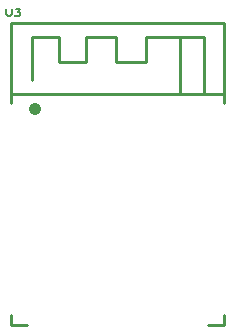
<source format=gto>
G04 Layer: TopSilkscreenLayer*
G04 EasyEDA Pro v2.2.32.3, 2024-12-01 19:29:51*
G04 Gerber Generator version 0.3*
G04 Scale: 100 percent, Rotated: No, Reflected: No*
G04 Dimensions in millimeters*
G04 Leading zeros omitted, absolute positions, 3 integers and 5 decimals*
%FSLAX35Y35*%
%MOMM*%
%ADD10C,0.1524*%
%ADD11C,0.254*%
G75*


G04 Text Start*
G54D10*
G01X73616Y108130D02*
G01X73616Y61648D01*
G01X76664Y52504D01*
G01X83014Y46154D01*
G01X92158Y43106D01*
G01X98508Y43106D01*
G01X107652Y46154D01*
G01X113748Y52504D01*
G01X117050Y61648D01*
G01X117050Y108130D01*
G01X153372Y108130D02*
G01X187408Y108130D01*
G01X168866Y83492D01*
G01X178010Y83492D01*
G01X184360Y80444D01*
G01X187408Y77142D01*
G01X190456Y67998D01*
G01X190456Y61648D01*
G01X187408Y52504D01*
G01X181312Y46154D01*
G01X171914Y43106D01*
G01X162516Y43106D01*
G01X153372Y46154D01*
G01X150324Y49456D01*
G01X147276Y55552D01*
G04 Text End*

G04 PolygonModel Start*
G54D11*
G01X1745717Y-615465D02*
G01X1745717Y-127005D01*
G01X1745717Y-127005D02*
G01X1522197Y-127005D01*
G01X1542517Y-615465D02*
G01X1542517Y-127005D01*
G01X1542517Y-127005D02*
G01X1257300Y-127005D01*
G01X1257300Y-127005D02*
G01X1257300Y-342905D01*
G01X1257300Y-342905D02*
G01X1003300Y-342905D01*
G01X1003300Y-342905D02*
G01X1003300Y-127005D01*
G01X1003300Y-127005D02*
G01X749300Y-127005D01*
G01X749300Y-127005D02*
G01X749300Y-342905D01*
G01X749300Y-342905D02*
G01X520700Y-342905D01*
G01X520700Y-342905D02*
G01X520700Y-127005D01*
G01X520700Y-127005D02*
G01X292100Y-127005D01*
G01X292100Y-127005D02*
G01X292100Y-495305D01*
G01X115999Y-615465D02*
G01X1917700Y-615465D01*
G01X1917700Y-693390D02*
G01X1917700Y-12705D01*
G01X1782615Y-2565405D02*
G01X1917700Y-2565405D01*
G01X1917700Y-2565405D02*
G01X1917700Y-2480620D01*
G01X115999Y-2480620D02*
G01X115999Y-2565405D01*
G01X115999Y-2565405D02*
G01X249385Y-2565405D01*
G01X115999Y-11504D02*
G01X115999Y-693390D01*
G01X1916001Y-11504D02*
G01X115999Y-11504D01*
G36*
G01X263144Y-741002D02*
G02X368859Y-741002I52857J0D01*
G02X263144Y-741002I-52857J0D01*
G37*

M02*


</source>
